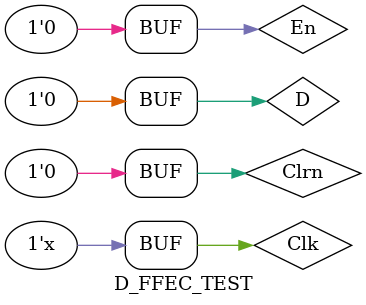
<source format=v>
`timescale 1ns / 1ps


module D_FFEC(D,Clk,En,Clrn,Q,Qn);
    input D,Clk,En,Clrn;
    output Q,Qn;
    wire Y0,Y_C;
    MUX2X1 m0(Q,D,En,Y0);
    and i0(Y_C,Y0,Clrn);
    D_FF d0(Y_C,Clk,Q,Qn);
endmodule

module D_FFEC_TEST;
    reg  D,Clk,En,Clrn;
    wire Q,Qn;
    always #50 Clk = ~Clk;
    D_FFEC D_FFEC_test(.D(D),.Clk(Clk),.Q(Q),.En(En),.Clrn(Clrn),.Qn(Qn));
        initial begin;
            Clk = 0;
        
            D = 1;
            En = 1;
            Clrn = 1;
            #100;
            
            D = 0;
            En = 1;
            Clrn = 1;
            #100;
            
            En = 0;
            Clrn = 1;
            #100;
            
            Clrn = 0;
        end
endmodule

</source>
